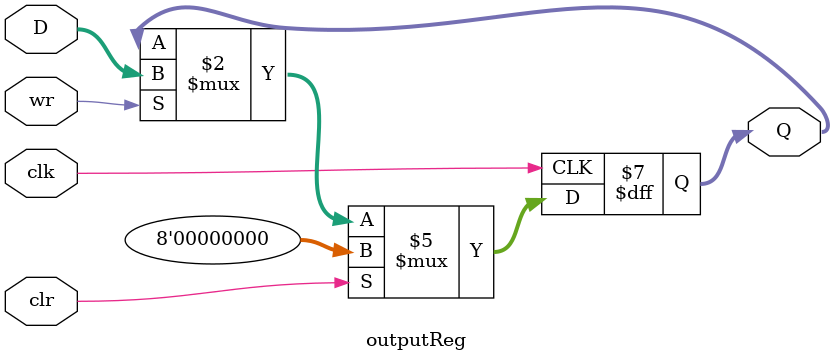
<source format=v>
module outputReg (clk, clr, wr, D, Q);
	input clk, clr, wr;
	input [7:0] D;
	output reg [7:0] Q;
	
	always @ (posedge clk) begin
		if (clr) Q <= 0;
		else if (wr) Q <= D;
	end
	
	
endmodule

</source>
